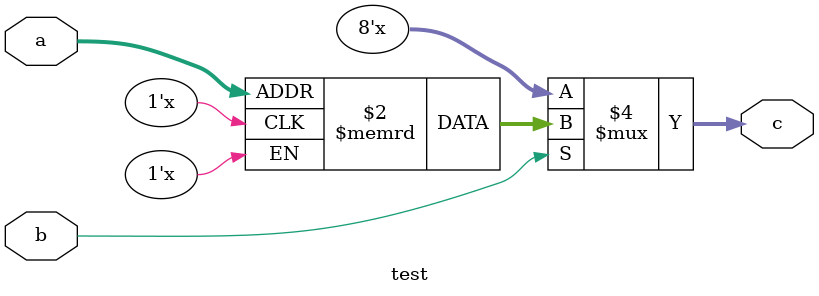
<source format=v>
module test(c,a,b);
reg [7:0] mem[0:4095]; //warning here, memory length bits too large
input [11:0] a;
input b;
output [7:0] c;
reg [7:0] c;
always @( a )
  if ( b )
    c = mem[a];
endmodule


</source>
